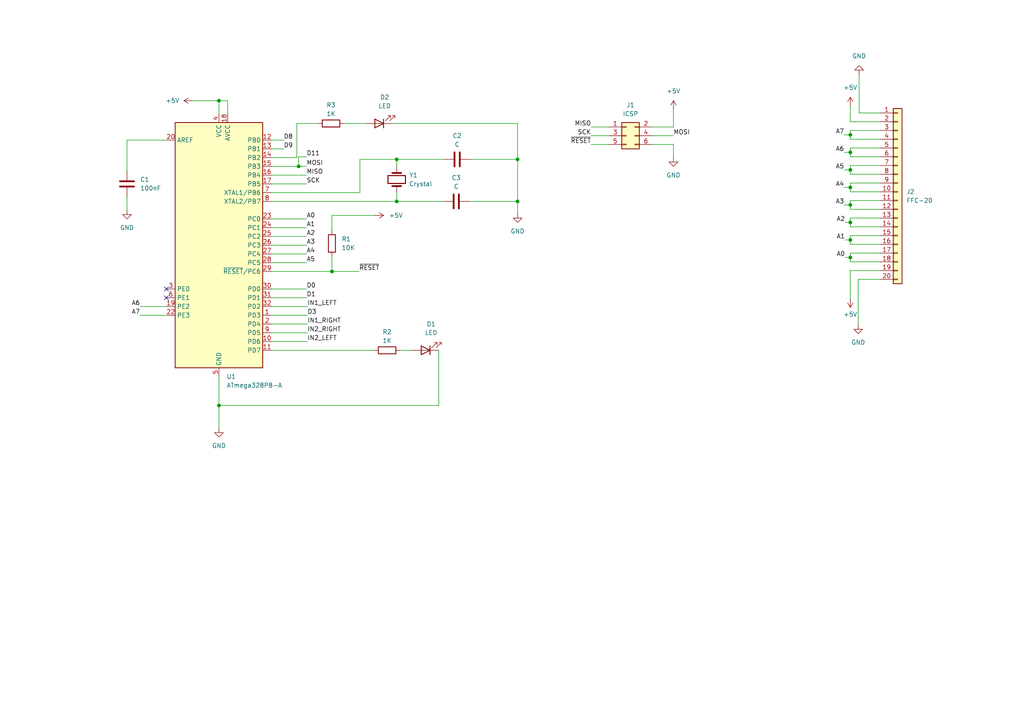
<source format=kicad_sch>
(kicad_sch (version 20230121) (generator eeschema)
  (paper "A4")
  (title_block (title "Optitrack Elite - High Performance Line Tracking Robot") (date "2024-01-03") (rev "1.0") (company "Blue Manufatura e Comércio de Eletrônicos Ltda") (comment 4 "Designed by Cristiano Goncalves"))
  (lib_symbols
    (symbol "Connector_Generic:Conn_01x20" (pin_names (offset 1.016) hide)
      (property "Reference" "J" (at 0 25.4 0))
      (property "Value" "Conn_01x20" (at 0 -27.94 0))
      (symbol "Conn_01x20_1_1"
        (rectangle (start -1.27 -25.273) (end 0 -25.527) (stroke (width 0.1524)))
        (rectangle (start -1.27 -22.733) (end 0 -22.987) (stroke (width 0.1524)))
        (rectangle (start -1.27 -20.193) (end 0 -20.447) (stroke (width 0.1524)))
        (rectangle (start -1.27 -17.653) (end 0 -17.907) (stroke (width 0.1524)))
        (rectangle (start -1.27 -15.113) (end 0 -15.367) (stroke (width 0.1524)))
        (rectangle (start -1.27 -12.573) (end 0 -12.827) (stroke (width 0.1524)))
        (rectangle (start -1.27 -10.033) (end 0 -10.287) (stroke (width 0.1524)))
        (rectangle (start -1.27 -7.493) (end 0 -7.747) (stroke (width 0.1524)))
        (rectangle (start -1.27 -4.953) (end 0 -5.207) (stroke (width 0.1524)))
        (rectangle (start -1.27 -2.413) (end 0 -2.667) (stroke (width 0.1524)))
        (rectangle (start -1.27 0.127) (end 0 -0.127) (stroke (width 0.1524)))
        (rectangle (start -1.27 2.667) (end 0 2.413) (stroke (width 0.1524)))
        (rectangle (start -1.27 5.207) (end 0 4.953) (stroke (width 0.1524)))
        (rectangle (start -1.27 7.747) (end 0 7.493) (stroke (width 0.1524)))
        (rectangle (start -1.27 10.287) (end 0 10.033) (stroke (width 0.1524)))
        (rectangle (start -1.27 12.827) (end 0 12.573) (stroke (width 0.1524)))
        (rectangle (start -1.27 15.367) (end 0 15.113) (stroke (width 0.1524)))
        (rectangle (start -1.27 17.907) (end 0 17.653) (stroke (width 0.1524)))
        (rectangle (start -1.27 20.447) (end 0 20.193) (stroke (width 0.1524)))
        (rectangle (start -1.27 22.987) (end 0 22.733) (stroke (width 0.1524)))
        (rectangle (start -1.27 24.13) (end 1.27 -26.67) (stroke (width 0.254)) (fill (type background)))
        (pin passive line (at -5.08 22.86 0) (length 3.81) (name "Pin_1") (number "1"))
        (pin passive line (at -5.08 0 0) (length 3.81) (name "Pin_10") (number "10"))
        (pin passive line (at -5.08 -2.54 0) (length 3.81) (name "Pin_11") (number "11"))
        (pin passive line (at -5.08 -5.08 0) (length 3.81) (name "Pin_12") (number "12"))
        (pin passive line (at -5.08 -7.62 0) (length 3.81) (name "Pin_13") (number "13"))
        (pin passive line (at -5.08 -10.16 0) (length 3.81) (name "Pin_14") (number "14"))
        (pin passive line (at -5.08 -12.7 0) (length 3.81) (name "Pin_15") (number "15"))
        (pin passive line (at -5.08 -15.24 0) (length 3.81) (name "Pin_16") (number "16"))
        (pin passive line (at -5.08 -17.78 0) (length 3.81) (name "Pin_17") (number "17"))
        (pin passive line (at -5.08 -20.32 0) (length 3.81) (name "Pin_18") (number "18"))
        (pin passive line (at -5.08 -22.86 0) (length 3.81) (name "Pin_19") (number "19"))
        (pin passive line (at -5.08 20.32 0) (length 3.81) (name "Pin_2") (number "2"))
        (pin passive line (at -5.08 -25.4 0) (length 3.81) (name "Pin_20") (number "20"))
        (pin passive line (at -5.08 17.78 0) (length 3.81) (name "Pin_3") (number "3"))
        (pin passive line (at -5.08 15.24 0) (length 3.81) (name "Pin_4") (number "4"))
        (pin passive line (at -5.08 12.7 0) (length 3.81) (name "Pin_5") (number "5"))
        (pin passive line (at -5.08 10.16 0) (length 3.81) (name "Pin_6") (number "6"))
        (pin passive line (at -5.08 7.62 0) (length 3.81) (name "Pin_7") (number "7"))
        (pin passive line (at -5.08 5.08 0) (length 3.81) (name "Pin_8") (number "8"))
        (pin passive line (at -5.08 2.54 0) (length 3.81) (name "Pin_9") (number "9"))
      )
    )
    (symbol "Connector_Generic:Conn_02x03_Odd_Even" (pin_names (offset 1.016) hide)
      (property "Reference" "J" (at 1.27 5.08 0))
      (property "Value" "Conn_02x03_Odd_Even" (at 1.27 -5.08 0))
      (symbol "Conn_02x03_Odd_Even_1_1"
        (rectangle (start -1.27 -2.413) (end 0 -2.667) (stroke (width 0.1524)))
        (rectangle (start -1.27 0.127) (end 0 -0.127) (stroke (width 0.1524)))
        (rectangle (start -1.27 2.667) (end 0 2.413) (stroke (width 0.1524)))
        (rectangle (start -1.27 3.81) (end 3.81 -3.81) (stroke (width 0.254)) (fill (type background)))
        (rectangle (start 3.81 -2.413) (end 2.54 -2.667) (stroke (width 0.1524)))
        (rectangle (start 3.81 0.127) (end 2.54 -0.127) (stroke (width 0.1524)))
        (rectangle (start 3.81 2.667) (end 2.54 2.413) (stroke (width 0.1524)))
        (pin passive line (at -5.08 2.54 0) (length 3.81) (name "Pin_1") (number "1"))
        (pin passive line (at 7.62 2.54 180) (length 3.81) (name "Pin_2") (number "2"))
        (pin passive line (at -5.08 0 0) (length 3.81) (name "Pin_3") (number "3"))
        (pin passive line (at 7.62 0 180) (length 3.81) (name "Pin_4") (number "4"))
        (pin passive line (at -5.08 -2.54 0) (length 3.81) (name "Pin_5") (number "5"))
        (pin passive line (at 7.62 -2.54 180) (length 3.81) (name "Pin_6") (number "6"))
      )
    )
    (symbol "Device:C" (pin_numbers hide) (pin_names (offset 0.254))
      (property "Reference" "C" (at 0.635 2.54 0))
      (property "Value" "C" (at 0.635 -2.54 0))
      (symbol "C_0_1"
        (polyline (pts (xy -2.032 -0.762) (xy 2.032 -0.762)) (stroke (width 0.508)))
        (polyline (pts (xy -2.032 0.762) (xy 2.032 0.762)) (stroke (width 0.508)))
      )
      (symbol "C_1_1"
        (pin passive line (at 0 3.81 270) (length 2.794) (name "~") (number "1"))
        (pin passive line (at 0 -3.81 90) (length 2.794) (name "~") (number "2"))
      )
    )
    (symbol "Device:Crystal" (pin_numbers hide) (pin_names (offset 1.016) hide)
      (property "Reference" "Y" (at 0 3.81 0))
      (property "Value" "Crystal" (at 0 -3.81 0))
      (symbol "Crystal_0_1"
        (rectangle (start -1.143 2.54) (end 1.143 -2.54) (stroke (width 0.3048)))
        (polyline (pts (xy -2.54 0) (xy -1.905 0)))
        (polyline (pts (xy -1.905 -1.27) (xy -1.905 1.27)) (stroke (width 0.508)))
        (polyline (pts (xy 1.905 -1.27) (xy 1.905 1.27)) (stroke (width 0.508)))
        (polyline (pts (xy 2.54 0) (xy 1.905 0)))
      )
      (symbol "Crystal_1_1"
        (pin passive line (at -3.81 0 0) (length 1.27) (name "1") (number "1"))
        (pin passive line (at 3.81 0 180) (length 1.27) (name "2") (number "2"))
      )
    )
    (symbol "Device:LED" (pin_numbers hide) (pin_names (offset 1.016) hide)
      (property "Reference" "D" (at 0 2.54 0))
      (property "Value" "LED" (at 0 -2.54 0))
      (symbol "LED_0_1"
        (polyline (pts (xy -1.27 -1.27) (xy -1.27 1.27)) (stroke (width 0.254)))
        (polyline (pts (xy -1.27 0) (xy 1.27 0)))
        (polyline (pts (xy 1.27 -1.27) (xy 1.27 1.27) (xy -1.27 0) (xy 1.27 -1.27)) (stroke (width 0.254)))
        (polyline (pts (xy -3.048 -0.762) (xy -4.572 -2.286) (xy -3.81 -2.286) (xy -4.572 -2.286) (xy -4.572 -1.524)))
        (polyline (pts (xy -1.778 -0.762) (xy -3.302 -2.286) (xy -2.54 -2.286) (xy -3.302 -2.286) (xy -3.302 -1.524)))
      )
      (symbol "LED_1_1"
        (pin passive line (at -3.81 0 0) (length 2.54) (name "K") (number "1"))
        (pin passive line (at 3.81 0 180) (length 2.54) (name "A") (number "2"))
      )
    )
    (symbol "Device:R" (pin_numbers hide) (pin_names (offset 0))
      (property "Reference" "R" (at 2.032 0 90))
      (property "Value" "R" (at 0 0 90))
      (symbol "R_0_1"
        (rectangle (start -1.016 -2.54) (end 1.016 2.54) (stroke (width 0.254)))
      )
      (symbol "R_1_1"
        (pin passive line (at 0 3.81 270) (length 1.27) (name "~") (number "1"))
        (pin passive line (at 0 -3.81 90) (length 1.27) (name "~") (number "2"))
      )
    )
    (symbol "MCU_Microchip_ATmega:ATmega328PB-A"
      (property "Reference" "U" (at -12.7 36.83 0))
      (property "Value" "ATmega328PB-A" (at 2.54 -36.83 0))
      (symbol "ATmega328PB-A_0_1"
        (rectangle (start -12.7 -35.56) (end 12.7 35.56) (stroke (width 0.254)) (fill (type background)))
      )
      (symbol "ATmega328PB-A_1_1"
        (pin bidirectional line (at 15.24 -20.32 180) (length 2.54) (name "PD3") (number "1"))
        (pin bidirectional line (at 15.24 -27.94 180) (length 2.54) (name "PD6") (number "10"))
        (pin bidirectional line (at 15.24 -30.48 180) (length 2.54) (name "PD7") (number "11"))
        (pin bidirectional line (at 15.24 30.48 180) (length 2.54) (name "PB0") (number "12"))
        (pin bidirectional line (at 15.24 27.94 180) (length 2.54) (name "PB1") (number "13"))
        (pin bidirectional line (at 15.24 25.4 180) (length 2.54) (name "PB2") (number "14"))
        (pin bidirectional line (at 15.24 22.86 180) (length 2.54) (name "PB3") (number "15"))
        (pin bidirectional line (at 15.24 20.32 180) (length 2.54) (name "PB4") (number "16"))
        (pin bidirectional line (at 15.24 17.78 180) (length 2.54) (name "PB5") (number "17"))
        (pin power_in line (at 2.54 38.1 270) (length 2.54) (name "AVCC") (number "18"))
        (pin bidirectional line (at -15.24 -17.78 0) (length 2.54) (name "PE2") (number "19"))
        (pin bidirectional line (at 15.24 -22.86 180) (length 2.54) (name "PD4") (number "2"))
        (pin passive line (at -15.24 30.48 0) (length 2.54) (name "AREF") (number "20"))
        (pin passive line (at 0 -38.1 90) (length 2.54) hide (name "GND") (number "21"))
        (pin bidirectional line (at -15.24 -20.32 0) (length 2.54) (name "PE3") (number "22"))
        (pin bidirectional line (at 15.24 7.62 180) (length 2.54) (name "PC0") (number "23"))
        (pin bidirectional line (at 15.24 5.08 180) (length 2.54) (name "PC1") (number "24"))
        (pin bidirectional line (at 15.24 2.54 180) (length 2.54) (name "PC2") (number "25"))
        (pin bidirectional line (at 15.24 0 180) (length 2.54) (name "PC3") (number "26"))
        (pin bidirectional line (at 15.24 -2.54 180) (length 2.54) (name "PC4") (number "27"))
        (pin bidirectional line (at 15.24 -5.08 180) (length 2.54) (name "PC5") (number "28"))
        (pin bidirectional line (at 15.24 -7.62 180) (length 2.54) (name "~{RESET}/PC6") (number "29"))
        (pin bidirectional line (at -15.24 -12.7 0) (length 2.54) (name "PE0") (number "3"))
        (pin bidirectional line (at 15.24 -12.7 180) (length 2.54) (name "PD0") (number "30"))
        (pin bidirectional line (at 15.24 -15.24 180) (length 2.54) (name "PD1") (number "31"))
        (pin bidirectional line (at 15.24 -17.78 180) (length 2.54) (name "PD2") (number "32"))
        (pin power_in line (at 0 38.1 270) (length 2.54) (name "VCC") (number "4"))
        (pin power_in line (at 0 -38.1 90) (length 2.54) (name "GND") (number "5"))
        (pin bidirectional line (at -15.24 -15.24 0) (length 2.54) (name "PE1") (number "6"))
        (pin bidirectional line (at 15.24 15.24 180) (length 2.54) (name "XTAL1/PB6") (number "7"))
        (pin bidirectional line (at 15.24 12.7 180) (length 2.54) (name "XTAL2/PB7") (number "8"))
        (pin bidirectional line (at 15.24 -25.4 180) (length 2.54) (name "PD5") (number "9"))
      )
    )
    (symbol "power:+5V" (power) (pin_names (offset 0))
      (property "Value" "+5V" (at 0 3.556 0))
      (symbol "+5V_0_1"
        (polyline (pts (xy -0.762 1.27) (xy 0 2.54)))
        (polyline (pts (xy 0 0) (xy 0 2.54)))
        (polyline (pts (xy 0 2.54) (xy 0.762 1.27)))
      )
      (symbol "+5V_1_1"
        (pin power_in line (at 0 0 90) (length 0) hide (name "+5V") (number "1"))
      )
    )
    (symbol "power:GND" (power) (pin_names (offset 0))
      (property "Value" "GND" (at 0 -3.81 0))
      (symbol "GND_0_1"
        (polyline (pts (xy 0 0) (xy 0 -1.27) (xy 1.27 -1.27) (xy 0 -2.54) (xy -1.27 -1.27) (xy 0 -1.27)))
      )
      (symbol "GND_1_1"
        (pin power_in line (at 0 0 270) (length 0) hide (name "GND") (number "1"))
      )
    )
  )
  (junction (at 246.634 64.516))
  (junction (at 246.634 54.356))
  (junction (at 246.634 69.596))
  (junction (at 150.114 46.228))
  (junction (at 246.634 59.436))
  (junction (at 246.634 44.196))
  (junction (at 115.062 58.42))
  (junction (at 86.614 48.26))
  (junction (at 115.062 46.228))
  (junction (at 246.634 39.116))
  (junction (at 63.5 29.21))
  (junction (at 246.634 49.276))
  (junction (at 150.114 58.42))
  (junction (at 63.5 117.602))
  (junction (at 96.266 78.74))
  (junction (at 246.634 74.676))
  (no_connect (at 48.26 86.36))
  (no_connect (at 48.26 83.82))
  (wire (pts (xy 63.5 29.21) (xy 66.04 29.21)))
  (wire (pts (xy 78.74 48.26) (xy 86.614 48.26)))
  (wire (pts (xy 104.394 46.228) (xy 115.062 46.228)))
  (wire (pts (xy 245.11 64.516) (xy 246.634 64.516)))
  (wire (pts (xy 127.254 117.602) (xy 63.5 117.602)))
  (wire (pts (xy 195.326 41.91) (xy 195.326 45.72)))
  (wire (pts (xy 136.144 58.42) (xy 150.114 58.42)))
  (wire (pts (xy 255.27 78.486) (xy 246.634 78.486)))
  (wire (pts (xy 99.822 35.814) (xy 106.172 35.814)))
  (wire (pts (xy 246.634 42.926) (xy 255.27 42.926)))
  (wire (pts (xy 255.27 65.786) (xy 246.634 65.786)))
  (wire (pts (xy 246.634 39.116) (xy 246.634 37.846)))
  (wire (pts (xy 86.614 45.466) (xy 86.614 48.26)))
  (wire (pts (xy 36.83 57.15) (xy 36.83 60.96)))
  (wire (pts (xy 78.74 40.64) (xy 82.296 40.64)))
  (wire (pts (xy 40.64 88.9) (xy 48.26 88.9)))
  (wire (pts (xy 246.634 48.006) (xy 255.27 48.006)))
  (wire (pts (xy 255.27 50.546) (xy 246.634 50.546)))
  (wire (pts (xy 255.27 81.026) (xy 248.92 81.026)))
  (wire (pts (xy 48.26 40.64) (xy 36.83 40.64)))
  (wire (pts (xy 150.114 35.814) (xy 150.114 46.228)))
  (wire (pts (xy 244.856 54.356) (xy 246.634 54.356)))
  (wire (pts (xy 78.74 68.58) (xy 88.9 68.58)))
  (wire (pts (xy 245.11 69.596) (xy 246.634 69.596)))
  (wire (pts (xy 249.174 21.59) (xy 249.174 32.766)))
  (wire (pts (xy 246.634 44.196) (xy 246.634 42.926)))
  (wire (pts (xy 246.634 68.326) (xy 255.27 68.326)))
  (wire (pts (xy 150.114 46.228) (xy 150.114 58.42)))
  (wire (pts (xy 78.74 101.6) (xy 108.458 101.6)))
  (wire (pts (xy 245.11 74.676) (xy 246.634 74.676)))
  (wire (pts (xy 115.062 58.42) (xy 128.524 58.42)))
  (wire (pts (xy 116.078 101.6) (xy 119.634 101.6)))
  (wire (pts (xy 249.174 32.766) (xy 255.27 32.766)))
  (wire (pts (xy 246.634 74.676) (xy 246.634 75.946)))
  (wire (pts (xy 195.326 36.83) (xy 189.23 36.83)))
  (wire (pts (xy 78.74 58.42) (xy 115.062 58.42)))
  (wire (pts (xy 246.634 65.786) (xy 246.634 64.516)))
  (wire (pts (xy 78.74 53.34) (xy 88.9 53.34)))
  (wire (pts (xy 78.74 78.74) (xy 96.266 78.74)))
  (wire (pts (xy 78.74 86.36) (xy 88.9 86.36)))
  (wire (pts (xy 63.5 29.21) (xy 63.5 33.02)))
  (wire (pts (xy 246.634 59.436) (xy 246.634 58.166)))
  (wire (pts (xy 55.88 29.21) (xy 63.5 29.21)))
  (wire (pts (xy 189.23 41.91) (xy 195.326 41.91)))
  (wire (pts (xy 246.634 37.846) (xy 255.27 37.846)))
  (wire (pts (xy 255.27 55.626) (xy 246.634 55.626)))
  (wire (pts (xy 150.114 58.42) (xy 150.114 61.976)))
  (wire (pts (xy 96.266 78.74) (xy 104.14 78.74)))
  (wire (pts (xy 246.634 58.166) (xy 255.27 58.166)))
  (wire (pts (xy 78.74 66.04) (xy 88.9 66.04)))
  (wire (pts (xy 255.27 40.386) (xy 246.634 40.386)))
  (wire (pts (xy 78.74 55.88) (xy 104.394 55.88)))
  (wire (pts (xy 63.5 117.602) (xy 63.5 124.206)))
  (wire (pts (xy 86.106 45.72) (xy 86.106 35.814)))
  (wire (pts (xy 246.634 73.406) (xy 255.27 73.406)))
  (wire (pts (xy 171.45 39.37) (xy 176.53 39.37)))
  (wire (pts (xy 78.74 45.72) (xy 86.106 45.72)))
  (wire (pts (xy 78.74 71.12) (xy 88.9 71.12)))
  (wire (pts (xy 246.634 53.086) (xy 255.27 53.086)))
  (wire (pts (xy 115.062 46.228) (xy 128.778 46.228)))
  (wire (pts (xy 246.634 35.306) (xy 255.27 35.306)))
  (wire (pts (xy 244.856 44.196) (xy 246.634 44.196)))
  (wire (pts (xy 171.45 41.91) (xy 176.53 41.91)))
  (wire (pts (xy 78.74 76.2) (xy 88.9 76.2)))
  (wire (pts (xy 96.266 62.484) (xy 96.266 66.802)))
  (wire (pts (xy 255.27 60.706) (xy 246.634 60.706)))
  (wire (pts (xy 248.92 81.026) (xy 248.92 94.234)))
  (wire (pts (xy 108.712 62.484) (xy 96.266 62.484)))
  (wire (pts (xy 78.74 63.5) (xy 88.9 63.5)))
  (wire (pts (xy 96.266 74.422) (xy 96.266 78.74)))
  (wire (pts (xy 246.634 63.246) (xy 255.27 63.246)))
  (wire (pts (xy 78.74 83.82) (xy 88.9 83.82)))
  (wire (pts (xy 113.792 35.814) (xy 150.114 35.814)))
  (wire (pts (xy 244.856 49.276) (xy 246.634 49.276)))
  (wire (pts (xy 246.634 55.626) (xy 246.634 54.356)))
  (wire (pts (xy 246.634 70.866) (xy 255.27 70.866)))
  (wire (pts (xy 246.634 68.326) (xy 246.634 69.596)))
  (wire (pts (xy 171.45 36.83) (xy 176.53 36.83)))
  (wire (pts (xy 86.614 48.26) (xy 88.9 48.26)))
  (wire (pts (xy 246.634 40.386) (xy 246.634 39.116)))
  (wire (pts (xy 88.9 45.466) (xy 86.614 45.466)))
  (wire (pts (xy 246.634 54.356) (xy 246.634 53.086)))
  (wire (pts (xy 104.394 55.88) (xy 104.394 46.228)))
  (wire (pts (xy 78.74 99.06) (xy 89.154 99.06)))
  (wire (pts (xy 195.326 31.75) (xy 195.326 36.83)))
  (wire (pts (xy 255.27 45.466) (xy 246.634 45.466)))
  (wire (pts (xy 244.856 39.116) (xy 246.634 39.116)))
  (wire (pts (xy 78.74 91.44) (xy 89.154 91.44)))
  (wire (pts (xy 189.23 39.37) (xy 195.326 39.37)))
  (wire (pts (xy 246.634 49.276) (xy 246.634 48.006)))
  (wire (pts (xy 246.634 64.516) (xy 246.634 63.246)))
  (wire (pts (xy 78.74 93.98) (xy 89.154 93.98)))
  (wire (pts (xy 78.74 50.8) (xy 88.9 50.8)))
  (wire (pts (xy 78.74 43.18) (xy 82.296 43.18)))
  (wire (pts (xy 246.634 73.406) (xy 246.634 74.676)))
  (wire (pts (xy 246.634 50.546) (xy 246.634 49.276)))
  (wire (pts (xy 246.634 45.466) (xy 246.634 44.196)))
  (wire (pts (xy 136.398 46.228) (xy 150.114 46.228)))
  (wire (pts (xy 246.634 60.706) (xy 246.634 59.436)))
  (wire (pts (xy 115.062 55.88) (xy 115.062 58.42)))
  (wire (pts (xy 255.27 75.946) (xy 246.634 75.946)))
  (wire (pts (xy 40.64 91.44) (xy 48.26 91.44)))
  (wire (pts (xy 246.634 30.734) (xy 246.634 35.306)))
  (wire (pts (xy 78.74 96.52) (xy 89.154 96.52)))
  (wire (pts (xy 78.74 73.66) (xy 88.9 73.66)))
  (wire (pts (xy 78.74 88.9) (xy 89.154 88.9)))
  (wire (pts (xy 127.254 101.6) (xy 127.254 117.602)))
  (wire (pts (xy 66.04 33.02) (xy 66.04 29.21)))
  (wire (pts (xy 246.634 69.596) (xy 246.634 70.866)))
  (wire (pts (xy 86.106 35.814) (xy 92.202 35.814)))
  (wire (pts (xy 115.062 46.228) (xy 115.062 48.26)))
  (wire (pts (xy 63.5 109.22) (xy 63.5 117.602)))
  (wire (pts (xy 244.856 59.436) (xy 246.634 59.436)))
  (wire (pts (xy 36.83 40.64) (xy 36.83 49.53)))
  (wire (pts (xy 246.634 78.486) (xy 246.634 86.614)))
  (label "A0" (at 245.11 74.676 180))
  (label "A6" (at 244.856 44.196 180))
  (label "IN2_LEFT" (at 89.154 99.06 0))
  (label "D9" (at 82.296 43.18 0))
  (label "SCK" (at 88.9 53.34 0))
  (label "D1" (at 88.9 86.36 0))
  (label "A3" (at 88.9 71.12 0))
  (label "D8" (at 82.296 40.64 0))
  (label "MOSI" (at 195.326 39.37 0))
  (label "A3" (at 244.856 59.436 180))
  (label "A5" (at 244.856 49.276 180))
  (label "A4" (at 244.856 54.356 180))
  (label "A4" (at 88.9 73.66 0))
  (label "A2" (at 245.11 64.516 180))
  (label "~{RESET}" (at 171.45 41.91 180))
  (label "MOSI" (at 88.9 48.26 0))
  (label "IN1_RIGHT" (at 89.154 93.98 0))
  (label "A0" (at 88.9 63.5 0))
  (label "MISO" (at 171.45 36.83 180))
  (label "A6" (at 40.64 88.9 180))
  (label "A5" (at 88.9 76.2 0))
  (label "MISO" (at 88.9 50.8 0))
  (label "IN1_LEFT" (at 89.154 88.9 0))
  (label "A2" (at 88.9 68.58 0))
  (label "A1" (at 245.11 69.596 180))
  (label "A1" (at 88.9 66.04 0))
  (label "A7" (at 40.64 91.44 180))
  (label "D0" (at 88.9 83.82 0))
  (label "D11" (at 88.9 45.466 0))
  (label "A7" (at 244.856 39.116 180))
  (label "SCK" (at 171.45 39.37 180))
  (label "D3" (at 89.154 91.44 0))
  (label "~{RESET}" (at 104.14 78.74 0))
  (label "IN2_RIGHT" (at 89.154 96.52 0))
  (symbol (lib_id "Device:LED") (at 123.444 101.6 180) (unit 1)
    (property "Reference" "D1" (at 125.0315 93.98 0))
    (property "Value" "LED" (at 125.0315 96.52 0))
  )
  (symbol (lib_id "power:GND") (at 150.114 61.976 0) (unit 1)
    (property "Reference" "#PWR05" (effects hide))
    (property "Value" "GND" (at 150.114 67.056 0))
  )
  (symbol (lib_id "Device:C") (at 36.83 53.34 0) (unit 1)
    (property "Reference" "C1" (at 40.64 52.07 0) (effects (justify left)))
    (property "Value" "100nF" (at 40.64 54.61 0) (effects (justify left)))
  )
  (symbol (lib_id "power:+5V") (at 195.326 31.75 0) (unit 1)
    (property "Reference" "#PWR07" (effects hide))
    (property "Value" "+5V" (at 195.326 26.416 0))
  )
  (symbol (lib_id "power:GND") (at 195.326 45.72 0) (unit 1)
    (property "Reference" "#PWR06" (effects hide))
    (property "Value" "GND" (at 195.326 50.8 0))
  )
  (symbol (lib_id "Device:Crystal") (at 115.062 52.07 90) (unit 1)
    (property "Reference" "Y1" (at 118.618 50.8 90) (effects (justify right)))
    (property "Value" "Crystal" (at 118.618 53.34 90) (effects (justify right)))
  )
  (symbol (lib_id "Device:R") (at 112.268 101.6 90) (unit 1)
    (property "Reference" "R2" (at 112.268 96.266 90))
    (property "Value" "1K" (at 112.268 98.806 90))
  )
  (symbol (lib_id "power:GND") (at 248.92 94.234 0) (unit 1)
    (property "Reference" "#PWR010" (effects hide))
    (property "Value" "GND" (at 248.92 99.314 0))
  )
  (symbol (lib_id "Device:R") (at 96.012 35.814 90) (unit 1)
    (property "Reference" "R3" (at 96.012 30.48 90))
    (property "Value" "1K" (at 96.012 33.02 90))
  )
  (symbol (lib_id "Device:C") (at 132.334 58.42 90) (unit 1)
    (property "Reference" "C3" (at 132.334 51.562 90))
    (property "Value" "C" (at 132.334 54.102 90))
  )
  (symbol (lib_id "power:+5V") (at 108.712 62.484 270) (unit 1)
    (property "Reference" "#PWR03" (effects hide))
    (property "Value" "+5V" (at 112.776 62.484 90) (effects (justify left)))
  )
  (symbol (lib_id "Device:C") (at 132.588 46.228 90) (unit 1)
    (property "Reference" "C2" (at 132.588 39.37 90))
    (property "Value" "C" (at 132.588 41.91 90))
  )
  (symbol (lib_id "Connector_Generic:Conn_01x20") (at 260.35 55.626 0) (unit 1)
    (property "Reference" "J2" (at 262.89 55.626 0) (effects (justify left)))
    (property "Value" "FFC-20" (at 262.89 58.166 0) (effects (justify left)))
    (property "Footprint" "Connector_FFC-FPC:Hirose_FH12-20S-0.5SH_1x20-1MP_P0.50mm_Horizontal" (effects hide))
  )
  (symbol (lib_id "power:+5V") (at 246.634 86.614 180) (unit 1)
    (property "Reference" "#PWR09" (effects hide))
    (property "Value" "+5V" (at 246.634 91.186 0))
  )
  (symbol (lib_id "power:GND") (at 63.5 124.206 0) (unit 1)
    (property "Reference" "#PWR04" (effects hide))
    (property "Value" "GND" (at 63.5 129.286 0))
  )
  (symbol (lib_id "Device:LED") (at 109.982 35.814 180) (unit 1)
    (property "Reference" "D2" (at 111.5695 28.194 0))
    (property "Value" "LED" (at 111.5695 30.734 0))
  )
  (symbol (lib_id "Connector_Generic:Conn_02x03_Odd_Even") (at 181.61 39.37 0) (unit 1)
    (property "Reference" "J1" (at 182.88 30.48 0))
    (property "Value" "ICSP" (at 182.88 33.02 0))
  )
  (symbol (lib_id "power:GND") (at 249.174 21.59 180) (unit 1)
    (property "Reference" "#PWR011" (effects hide))
    (property "Value" "GND" (at 249.174 16.256 0))
  )
  (symbol (lib_id "Device:R") (at 96.266 70.612 0) (unit 1)
    (property "Reference" "R1" (at 99.06 69.342 0) (effects (justify left)))
    (property "Value" "10K" (at 99.06 71.882 0) (effects (justify left)))
  )
  (symbol (lib_id "power:GND") (at 36.83 60.96 0) (unit 1)
    (property "Reference" "#PWR01" (effects hide))
    (property "Value" "GND" (at 36.83 66.04 0))
  )
  (symbol (lib_id "MCU_Microchip_ATmega:ATmega328PB-A") (at 63.5 71.12 0) (unit 1)
    (property "Reference" "U1" (at 65.6941 109.22 0) (effects (justify left)))
    (property "Value" "ATmega328PB-A" (at 65.6941 111.76 0) (effects (justify left)))
    (property "Footprint" "Package_QFP:TQFP-32_7x7mm_P0.8mm" (effects hide))
    (property "Datasheet" "http://ww1.microchip.com/downloads/en/DeviceDoc/40001906C.pdf" (effects hide))
  )
  (symbol (lib_id "power:+5V") (at 246.634 30.734 0) (unit 1)
    (property "Reference" "#PWR08" (effects hide))
    (property "Value" "+5V" (at 246.634 25.4 0))
  )
  (symbol (lib_id "power:+5V") (at 55.88 29.21 90) (unit 1)
    (property "Reference" "#PWR02" (effects hide))
    (property "Value" "+5V" (at 52.07 29.21 90) (effects (justify left)))
  )
)
</source>
